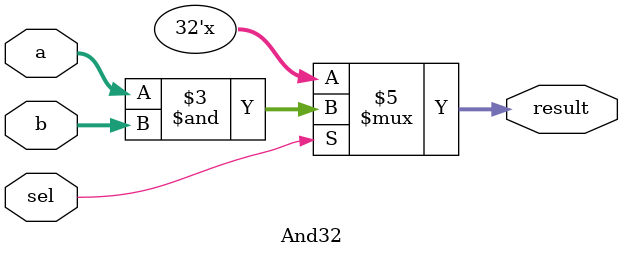
<source format=v>
`timescale 1ns / 1ps


module And32(input[31:0] a, b, input sel, output reg [31:0] result);
always @ (*)
    if(sel == 1) result = a & b;
    else result = 32'bxxxxxxxxxxxxxxxxxxxxxxxxxxxxxxxx;
endmodule

</source>
